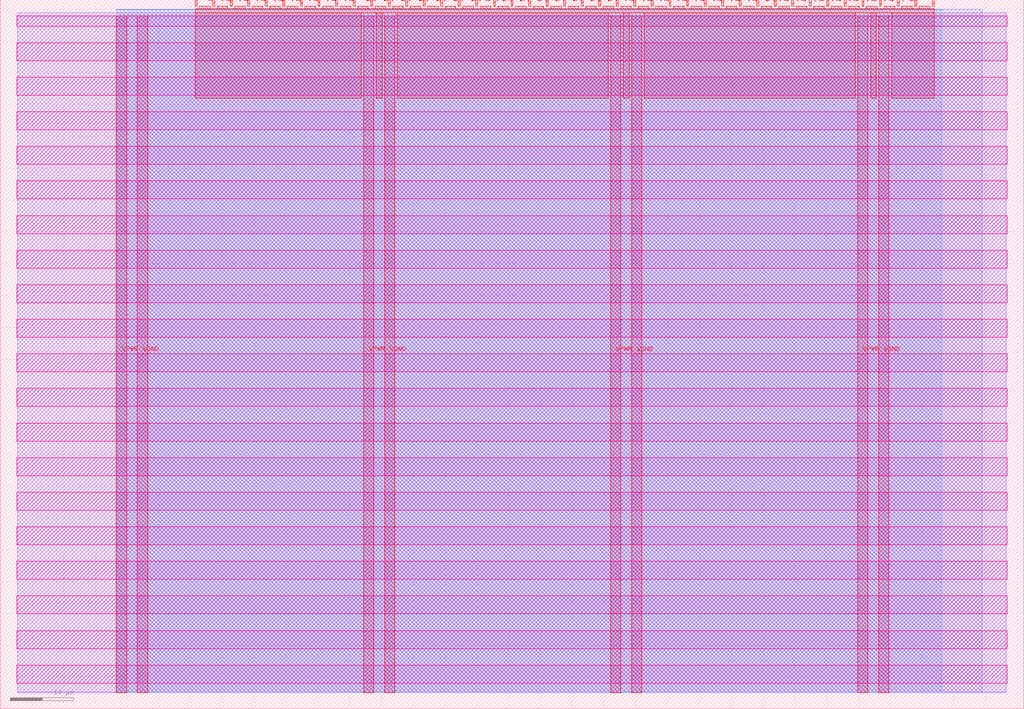
<source format=lef>
VERSION 5.7 ;
  NOWIREEXTENSIONATPIN ON ;
  DIVIDERCHAR "/" ;
  BUSBITCHARS "[]" ;
MACRO tt_um_fountaincoder_top_ad
  CLASS BLOCK ;
  FOREIGN tt_um_fountaincoder_top_ad ;
  ORIGIN 0.000 0.000 ;
  SIZE 161.000 BY 111.520 ;
  PIN VGND
    DIRECTION INOUT ;
    USE GROUND ;
    PORT
      LAYER met4 ;
        RECT 21.580 2.480 23.180 109.040 ;
    END
    PORT
      LAYER met4 ;
        RECT 60.450 2.480 62.050 109.040 ;
    END
    PORT
      LAYER met4 ;
        RECT 99.320 2.480 100.920 109.040 ;
    END
    PORT
      LAYER met4 ;
        RECT 138.190 2.480 139.790 109.040 ;
    END
  END VGND
  PIN VPWR
    DIRECTION INOUT ;
    USE POWER ;
    PORT
      LAYER met4 ;
        RECT 18.280 2.480 19.880 109.040 ;
    END
    PORT
      LAYER met4 ;
        RECT 57.150 2.480 58.750 109.040 ;
    END
    PORT
      LAYER met4 ;
        RECT 96.020 2.480 97.620 109.040 ;
    END
    PORT
      LAYER met4 ;
        RECT 134.890 2.480 136.490 109.040 ;
    END
  END VPWR
  PIN clk
    DIRECTION INPUT ;
    USE SIGNAL ;
    ANTENNAGATEAREA 0.852000 ;
    PORT
      LAYER met4 ;
        RECT 143.830 110.520 144.130 111.520 ;
    END
  END clk
  PIN ena
    DIRECTION INPUT ;
    USE SIGNAL ;
    ANTENNAGATEAREA 0.213000 ;
    PORT
      LAYER met4 ;
        RECT 146.590 110.520 146.890 111.520 ;
    END
  END ena
  PIN rst_n
    DIRECTION INPUT ;
    USE SIGNAL ;
    ANTENNAGATEAREA 0.213000 ;
    PORT
      LAYER met4 ;
        RECT 141.070 110.520 141.370 111.520 ;
    END
  END rst_n
  PIN ui_in[0]
    DIRECTION INPUT ;
    USE SIGNAL ;
    ANTENNAGATEAREA 0.196500 ;
    PORT
      LAYER met4 ;
        RECT 138.310 110.520 138.610 111.520 ;
    END
  END ui_in[0]
  PIN ui_in[1]
    DIRECTION INPUT ;
    USE SIGNAL ;
    ANTENNAGATEAREA 0.196500 ;
    PORT
      LAYER met4 ;
        RECT 135.550 110.520 135.850 111.520 ;
    END
  END ui_in[1]
  PIN ui_in[2]
    DIRECTION INPUT ;
    USE SIGNAL ;
    ANTENNAGATEAREA 0.196500 ;
    PORT
      LAYER met4 ;
        RECT 132.790 110.520 133.090 111.520 ;
    END
  END ui_in[2]
  PIN ui_in[3]
    DIRECTION INPUT ;
    USE SIGNAL ;
    ANTENNAGATEAREA 0.196500 ;
    PORT
      LAYER met4 ;
        RECT 130.030 110.520 130.330 111.520 ;
    END
  END ui_in[3]
  PIN ui_in[4]
    DIRECTION INPUT ;
    USE SIGNAL ;
    PORT
      LAYER met4 ;
        RECT 127.270 110.520 127.570 111.520 ;
    END
  END ui_in[4]
  PIN ui_in[5]
    DIRECTION INPUT ;
    USE SIGNAL ;
    PORT
      LAYER met4 ;
        RECT 124.510 110.520 124.810 111.520 ;
    END
  END ui_in[5]
  PIN ui_in[6]
    DIRECTION INPUT ;
    USE SIGNAL ;
    PORT
      LAYER met4 ;
        RECT 121.750 110.520 122.050 111.520 ;
    END
  END ui_in[6]
  PIN ui_in[7]
    DIRECTION INPUT ;
    USE SIGNAL ;
    PORT
      LAYER met4 ;
        RECT 118.990 110.520 119.290 111.520 ;
    END
  END ui_in[7]
  PIN uio_in[0]
    DIRECTION INPUT ;
    USE SIGNAL ;
    PORT
      LAYER met4 ;
        RECT 116.230 110.520 116.530 111.520 ;
    END
  END uio_in[0]
  PIN uio_in[1]
    DIRECTION INPUT ;
    USE SIGNAL ;
    PORT
      LAYER met4 ;
        RECT 113.470 110.520 113.770 111.520 ;
    END
  END uio_in[1]
  PIN uio_in[2]
    DIRECTION INPUT ;
    USE SIGNAL ;
    PORT
      LAYER met4 ;
        RECT 110.710 110.520 111.010 111.520 ;
    END
  END uio_in[2]
  PIN uio_in[3]
    DIRECTION INPUT ;
    USE SIGNAL ;
    PORT
      LAYER met4 ;
        RECT 107.950 110.520 108.250 111.520 ;
    END
  END uio_in[3]
  PIN uio_in[4]
    DIRECTION INPUT ;
    USE SIGNAL ;
    PORT
      LAYER met4 ;
        RECT 105.190 110.520 105.490 111.520 ;
    END
  END uio_in[4]
  PIN uio_in[5]
    DIRECTION INPUT ;
    USE SIGNAL ;
    PORT
      LAYER met4 ;
        RECT 102.430 110.520 102.730 111.520 ;
    END
  END uio_in[5]
  PIN uio_in[6]
    DIRECTION INPUT ;
    USE SIGNAL ;
    PORT
      LAYER met4 ;
        RECT 99.670 110.520 99.970 111.520 ;
    END
  END uio_in[6]
  PIN uio_in[7]
    DIRECTION INPUT ;
    USE SIGNAL ;
    PORT
      LAYER met4 ;
        RECT 96.910 110.520 97.210 111.520 ;
    END
  END uio_in[7]
  PIN uio_oe[0]
    DIRECTION OUTPUT ;
    USE SIGNAL ;
    ANTENNADIFFAREA 0.445500 ;
    PORT
      LAYER met4 ;
        RECT 49.990 110.520 50.290 111.520 ;
    END
  END uio_oe[0]
  PIN uio_oe[1]
    DIRECTION OUTPUT ;
    USE SIGNAL ;
    ANTENNADIFFAREA 0.445500 ;
    PORT
      LAYER met4 ;
        RECT 47.230 110.520 47.530 111.520 ;
    END
  END uio_oe[1]
  PIN uio_oe[2]
    DIRECTION OUTPUT ;
    USE SIGNAL ;
    ANTENNADIFFAREA 0.445500 ;
    PORT
      LAYER met4 ;
        RECT 44.470 110.520 44.770 111.520 ;
    END
  END uio_oe[2]
  PIN uio_oe[3]
    DIRECTION OUTPUT ;
    USE SIGNAL ;
    ANTENNADIFFAREA 0.445500 ;
    PORT
      LAYER met4 ;
        RECT 41.710 110.520 42.010 111.520 ;
    END
  END uio_oe[3]
  PIN uio_oe[4]
    DIRECTION OUTPUT ;
    USE SIGNAL ;
    ANTENNADIFFAREA 0.445500 ;
    PORT
      LAYER met4 ;
        RECT 38.950 110.520 39.250 111.520 ;
    END
  END uio_oe[4]
  PIN uio_oe[5]
    DIRECTION OUTPUT ;
    USE SIGNAL ;
    ANTENNADIFFAREA 0.445500 ;
    PORT
      LAYER met4 ;
        RECT 36.190 110.520 36.490 111.520 ;
    END
  END uio_oe[5]
  PIN uio_oe[6]
    DIRECTION OUTPUT ;
    USE SIGNAL ;
    ANTENNADIFFAREA 0.445500 ;
    PORT
      LAYER met4 ;
        RECT 33.430 110.520 33.730 111.520 ;
    END
  END uio_oe[6]
  PIN uio_oe[7]
    DIRECTION OUTPUT ;
    USE SIGNAL ;
    ANTENNADIFFAREA 0.445500 ;
    PORT
      LAYER met4 ;
        RECT 30.670 110.520 30.970 111.520 ;
    END
  END uio_oe[7]
  PIN uio_out[0]
    DIRECTION OUTPUT ;
    USE SIGNAL ;
    ANTENNADIFFAREA 0.445500 ;
    PORT
      LAYER met4 ;
        RECT 72.070 110.520 72.370 111.520 ;
    END
  END uio_out[0]
  PIN uio_out[1]
    DIRECTION OUTPUT ;
    USE SIGNAL ;
    ANTENNADIFFAREA 0.445500 ;
    PORT
      LAYER met4 ;
        RECT 69.310 110.520 69.610 111.520 ;
    END
  END uio_out[1]
  PIN uio_out[2]
    DIRECTION OUTPUT ;
    USE SIGNAL ;
    ANTENNADIFFAREA 0.445500 ;
    PORT
      LAYER met4 ;
        RECT 66.550 110.520 66.850 111.520 ;
    END
  END uio_out[2]
  PIN uio_out[3]
    DIRECTION OUTPUT ;
    USE SIGNAL ;
    ANTENNADIFFAREA 0.445500 ;
    PORT
      LAYER met4 ;
        RECT 63.790 110.520 64.090 111.520 ;
    END
  END uio_out[3]
  PIN uio_out[4]
    DIRECTION OUTPUT ;
    USE SIGNAL ;
    ANTENNADIFFAREA 0.445500 ;
    PORT
      LAYER met4 ;
        RECT 61.030 110.520 61.330 111.520 ;
    END
  END uio_out[4]
  PIN uio_out[5]
    DIRECTION OUTPUT ;
    USE SIGNAL ;
    ANTENNADIFFAREA 0.445500 ;
    PORT
      LAYER met4 ;
        RECT 58.270 110.520 58.570 111.520 ;
    END
  END uio_out[5]
  PIN uio_out[6]
    DIRECTION OUTPUT ;
    USE SIGNAL ;
    ANTENNADIFFAREA 0.445500 ;
    PORT
      LAYER met4 ;
        RECT 55.510 110.520 55.810 111.520 ;
    END
  END uio_out[6]
  PIN uio_out[7]
    DIRECTION OUTPUT ;
    USE SIGNAL ;
    ANTENNADIFFAREA 0.445500 ;
    PORT
      LAYER met4 ;
        RECT 52.750 110.520 53.050 111.520 ;
    END
  END uio_out[7]
  PIN uo_out[0]
    DIRECTION OUTPUT ;
    USE SIGNAL ;
    ANTENNAGATEAREA 0.247500 ;
    ANTENNADIFFAREA 0.445500 ;
    PORT
      LAYER met4 ;
        RECT 94.150 110.520 94.450 111.520 ;
    END
  END uo_out[0]
  PIN uo_out[1]
    DIRECTION OUTPUT ;
    USE SIGNAL ;
    ANTENNAGATEAREA 0.247500 ;
    ANTENNADIFFAREA 0.445500 ;
    PORT
      LAYER met4 ;
        RECT 91.390 110.520 91.690 111.520 ;
    END
  END uo_out[1]
  PIN uo_out[2]
    DIRECTION OUTPUT ;
    USE SIGNAL ;
    ANTENNAGATEAREA 0.247500 ;
    ANTENNADIFFAREA 0.445500 ;
    PORT
      LAYER met4 ;
        RECT 88.630 110.520 88.930 111.520 ;
    END
  END uo_out[2]
  PIN uo_out[3]
    DIRECTION OUTPUT ;
    USE SIGNAL ;
    ANTENNAGATEAREA 0.247500 ;
    ANTENNADIFFAREA 0.445500 ;
    PORT
      LAYER met4 ;
        RECT 85.870 110.520 86.170 111.520 ;
    END
  END uo_out[3]
  PIN uo_out[4]
    DIRECTION OUTPUT ;
    USE SIGNAL ;
    ANTENNAGATEAREA 0.247500 ;
    ANTENNADIFFAREA 0.445500 ;
    PORT
      LAYER met4 ;
        RECT 83.110 110.520 83.410 111.520 ;
    END
  END uo_out[4]
  PIN uo_out[5]
    DIRECTION OUTPUT ;
    USE SIGNAL ;
    ANTENNAGATEAREA 0.247500 ;
    ANTENNADIFFAREA 0.445500 ;
    PORT
      LAYER met4 ;
        RECT 80.350 110.520 80.650 111.520 ;
    END
  END uo_out[5]
  PIN uo_out[6]
    DIRECTION OUTPUT ;
    USE SIGNAL ;
    ANTENNAGATEAREA 0.247500 ;
    ANTENNADIFFAREA 0.445500 ;
    PORT
      LAYER met4 ;
        RECT 77.590 110.520 77.890 111.520 ;
    END
  END uo_out[6]
  PIN uo_out[7]
    DIRECTION OUTPUT ;
    USE SIGNAL ;
    ANTENNAGATEAREA 0.247500 ;
    ANTENNADIFFAREA 0.445500 ;
    PORT
      LAYER met4 ;
        RECT 74.830 110.520 75.130 111.520 ;
    END
  END uo_out[7]
  OBS
      LAYER nwell ;
        RECT 2.570 107.385 158.430 108.990 ;
        RECT 2.570 101.945 158.430 104.775 ;
        RECT 2.570 96.505 158.430 99.335 ;
        RECT 2.570 91.065 158.430 93.895 ;
        RECT 2.570 85.625 158.430 88.455 ;
        RECT 2.570 80.185 158.430 83.015 ;
        RECT 2.570 74.745 158.430 77.575 ;
        RECT 2.570 69.305 158.430 72.135 ;
        RECT 2.570 63.865 158.430 66.695 ;
        RECT 2.570 58.425 158.430 61.255 ;
        RECT 2.570 52.985 158.430 55.815 ;
        RECT 2.570 47.545 158.430 50.375 ;
        RECT 2.570 42.105 158.430 44.935 ;
        RECT 2.570 36.665 158.430 39.495 ;
        RECT 2.570 31.225 158.430 34.055 ;
        RECT 2.570 25.785 158.430 28.615 ;
        RECT 2.570 20.345 158.430 23.175 ;
        RECT 2.570 14.905 158.430 17.735 ;
        RECT 2.570 9.465 158.430 12.295 ;
        RECT 2.570 4.025 158.430 6.855 ;
      LAYER li1 ;
        RECT 2.760 2.635 158.240 108.885 ;
      LAYER met1 ;
        RECT 2.760 2.480 158.240 109.440 ;
      LAYER met2 ;
        RECT 18.310 2.535 154.460 110.005 ;
      LAYER met3 ;
        RECT 18.290 2.555 148.055 109.985 ;
      LAYER met4 ;
        RECT 31.370 110.120 33.030 110.520 ;
        RECT 34.130 110.120 35.790 110.520 ;
        RECT 36.890 110.120 38.550 110.520 ;
        RECT 39.650 110.120 41.310 110.520 ;
        RECT 42.410 110.120 44.070 110.520 ;
        RECT 45.170 110.120 46.830 110.520 ;
        RECT 47.930 110.120 49.590 110.520 ;
        RECT 50.690 110.120 52.350 110.520 ;
        RECT 53.450 110.120 55.110 110.520 ;
        RECT 56.210 110.120 57.870 110.520 ;
        RECT 58.970 110.120 60.630 110.520 ;
        RECT 61.730 110.120 63.390 110.520 ;
        RECT 64.490 110.120 66.150 110.520 ;
        RECT 67.250 110.120 68.910 110.520 ;
        RECT 70.010 110.120 71.670 110.520 ;
        RECT 72.770 110.120 74.430 110.520 ;
        RECT 75.530 110.120 77.190 110.520 ;
        RECT 78.290 110.120 79.950 110.520 ;
        RECT 81.050 110.120 82.710 110.520 ;
        RECT 83.810 110.120 85.470 110.520 ;
        RECT 86.570 110.120 88.230 110.520 ;
        RECT 89.330 110.120 90.990 110.520 ;
        RECT 92.090 110.120 93.750 110.520 ;
        RECT 94.850 110.120 96.510 110.520 ;
        RECT 97.610 110.120 99.270 110.520 ;
        RECT 100.370 110.120 102.030 110.520 ;
        RECT 103.130 110.120 104.790 110.520 ;
        RECT 105.890 110.120 107.550 110.520 ;
        RECT 108.650 110.120 110.310 110.520 ;
        RECT 111.410 110.120 113.070 110.520 ;
        RECT 114.170 110.120 115.830 110.520 ;
        RECT 116.930 110.120 118.590 110.520 ;
        RECT 119.690 110.120 121.350 110.520 ;
        RECT 122.450 110.120 124.110 110.520 ;
        RECT 125.210 110.120 126.870 110.520 ;
        RECT 127.970 110.120 129.630 110.520 ;
        RECT 130.730 110.120 132.390 110.520 ;
        RECT 133.490 110.120 135.150 110.520 ;
        RECT 136.250 110.120 137.910 110.520 ;
        RECT 139.010 110.120 140.670 110.520 ;
        RECT 141.770 110.120 143.430 110.520 ;
        RECT 144.530 110.120 146.190 110.520 ;
        RECT 30.655 109.440 146.905 110.120 ;
        RECT 30.655 96.055 56.750 109.440 ;
        RECT 59.150 96.055 60.050 109.440 ;
        RECT 62.450 96.055 95.620 109.440 ;
        RECT 98.020 96.055 98.920 109.440 ;
        RECT 101.320 96.055 134.490 109.440 ;
        RECT 136.890 96.055 137.790 109.440 ;
        RECT 140.190 96.055 146.905 109.440 ;
  END
END tt_um_fountaincoder_top_ad
END LIBRARY


</source>
